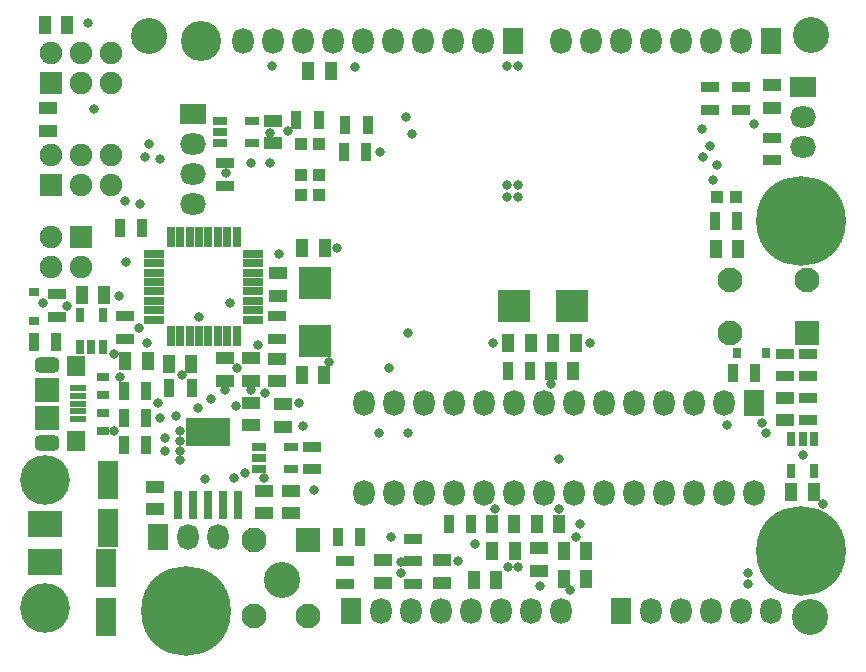
<source format=gts>
G04*
G04 #@! TF.GenerationSoftware,Altium Limited,Altium Designer,20.0.7 (75)*
G04*
G04 Layer_Color=8388736*
%FSLAX44Y44*%
%MOMM*%
G71*
G01*
G75*
%ADD38R,1.1000X0.8000*%
%ADD39R,1.5000X0.9000*%
%ADD40R,0.9000X1.5000*%
%ADD41R,1.0000X1.0000*%
%ADD42R,1.2000X0.7500*%
%ADD43R,0.7500X1.2000*%
%ADD44C,3.0480*%
%ADD45R,2.8000X2.7000*%
%ADD46R,2.7000X2.8000*%
%ADD47R,0.8858X0.7588*%
%ADD48R,0.7588X0.8858*%
%ADD49R,1.5000X1.1000*%
%ADD50R,1.1000X1.5000*%
%ADD51R,1.4500X0.5000*%
%ADD52R,1.6000X1.8000*%
%ADD53R,2.1000X2.1000*%
%ADD54R,0.8000X2.4000*%
%ADD55R,3.7000X2.4000*%
%ADD56R,1.8000X3.2000*%
%ADD57R,2.9000X2.2000*%
%ADD58R,1.6700X0.6700*%
%ADD59R,0.6700X1.6700*%
%ADD60O,1.8000X2.2000*%
%ADD61R,1.8000X2.2000*%
%ADD62C,2.1000*%
%ADD63R,2.1000X2.1000*%
%ADD64C,4.2000*%
%ADD65C,1.9000*%
%ADD66R,1.9000X1.9000*%
%ADD67C,3.4000*%
%ADD68C,7.6000*%
%ADD69O,2.2000X1.8000*%
%ADD70R,2.2000X1.8000*%
G04:AMPARAMS|DCode=71|XSize=2.1mm|YSize=1.3mm|CornerRadius=0.41mm|HoleSize=0mm|Usage=FLASHONLY|Rotation=0.000|XOffset=0mm|YOffset=0mm|HoleType=Round|Shape=RoundedRectangle|*
%AMROUNDEDRECTD71*
21,1,2.1000,0.4800,0,0,0.0*
21,1,1.2800,1.3000,0,0,0.0*
1,1,0.8200,0.6400,-0.2400*
1,1,0.8200,-0.6400,-0.2400*
1,1,0.8200,-0.6400,0.2400*
1,1,0.8200,0.6400,0.2400*
%
%ADD71ROUNDEDRECTD71*%
%ADD72C,0.8000*%
D38*
X70000Y223500D02*
D03*
Y208500D02*
D03*
Y178000D02*
D03*
Y193000D02*
D03*
D39*
X173000Y385500D02*
D03*
Y404500D02*
D03*
X88000Y256000D02*
D03*
Y275000D02*
D03*
X217000Y256000D02*
D03*
Y275000D02*
D03*
X584000Y469000D02*
D03*
Y450000D02*
D03*
X610000D02*
D03*
Y469000D02*
D03*
X636000Y426000D02*
D03*
Y407000D02*
D03*
X667000Y206000D02*
D03*
Y187000D02*
D03*
X31000Y274500D02*
D03*
Y293500D02*
D03*
X275000Y48500D02*
D03*
Y67500D02*
D03*
X247000Y164500D02*
D03*
Y145500D02*
D03*
X647000Y243500D02*
D03*
Y224500D02*
D03*
X331978Y67614D02*
D03*
Y86614D02*
D03*
X332000Y67500D02*
D03*
Y48500D02*
D03*
X667000Y224500D02*
D03*
Y243500D02*
D03*
D40*
X294000Y437000D02*
D03*
X275000D02*
D03*
X273500Y414000D02*
D03*
X292500D02*
D03*
X103000Y350000D02*
D03*
X84000D02*
D03*
X106500Y212000D02*
D03*
X87500D02*
D03*
Y189000D02*
D03*
X106500D02*
D03*
X87500Y166000D02*
D03*
X106500D02*
D03*
X381500Y99000D02*
D03*
X362500D02*
D03*
X603000Y227000D02*
D03*
X622000D02*
D03*
X252500Y441000D02*
D03*
X233500D02*
D03*
X412500Y229000D02*
D03*
X431500D02*
D03*
X606500Y356000D02*
D03*
X587500D02*
D03*
X30000Y253000D02*
D03*
X11000D02*
D03*
X268500Y88000D02*
D03*
X287500D02*
D03*
X126000Y214000D02*
D03*
X145000D02*
D03*
D41*
X606000Y376000D02*
D03*
X590000D02*
D03*
X253000Y421000D02*
D03*
X237000D02*
D03*
X253000Y395000D02*
D03*
X237000D02*
D03*
X253000Y378000D02*
D03*
X237000D02*
D03*
D42*
X195500Y421500D02*
D03*
Y440500D02*
D03*
X168500Y421500D02*
D03*
Y431000D02*
D03*
Y440500D02*
D03*
X228500Y145500D02*
D03*
Y164500D02*
D03*
X201500Y145500D02*
D03*
Y155000D02*
D03*
Y164500D02*
D03*
D43*
X69500Y276000D02*
D03*
X50500D02*
D03*
X69500Y249000D02*
D03*
X60000D02*
D03*
X50500D02*
D03*
X652500Y144000D02*
D03*
X671500D02*
D03*
X652500Y171000D02*
D03*
X662000D02*
D03*
X671500D02*
D03*
D44*
X668000Y20000D02*
D03*
X669000Y513000D02*
D03*
X109000Y512000D02*
D03*
X221000Y52000D02*
D03*
D45*
X249000Y303500D02*
D03*
Y254500D02*
D03*
D46*
X417500Y284000D02*
D03*
X466500D02*
D03*
D47*
X11000Y270808D02*
D03*
Y295192D02*
D03*
D48*
X631000Y244000D02*
D03*
X606616D02*
D03*
D49*
X217000Y239000D02*
D03*
Y220000D02*
D03*
X195000Y220500D02*
D03*
Y239500D02*
D03*
X218000Y311500D02*
D03*
Y292500D02*
D03*
X173000Y220500D02*
D03*
Y239500D02*
D03*
X23000Y451000D02*
D03*
Y432000D02*
D03*
X636000Y470500D02*
D03*
Y451500D02*
D03*
X114000Y130500D02*
D03*
Y111500D02*
D03*
X206000Y127500D02*
D03*
Y108500D02*
D03*
X307000Y68500D02*
D03*
Y49500D02*
D03*
X357000Y68500D02*
D03*
Y49500D02*
D03*
X214000Y421500D02*
D03*
Y440500D02*
D03*
X222000Y200500D02*
D03*
Y181500D02*
D03*
X647000Y187000D02*
D03*
Y206000D02*
D03*
X229000Y127500D02*
D03*
Y108500D02*
D03*
X195000Y202000D02*
D03*
Y183000D02*
D03*
X439000Y78500D02*
D03*
Y59500D02*
D03*
D50*
X144500Y235000D02*
D03*
X125500D02*
D03*
X257500Y333000D02*
D03*
X238500D02*
D03*
X257000Y225000D02*
D03*
X238000D02*
D03*
X402500Y52000D02*
D03*
X383500D02*
D03*
X39500Y522000D02*
D03*
X20500D02*
D03*
X460000Y76000D02*
D03*
X479000D02*
D03*
X449000Y229000D02*
D03*
X468000D02*
D03*
X262500Y483000D02*
D03*
X243500D02*
D03*
X399500Y76000D02*
D03*
X418500D02*
D03*
X399000Y99000D02*
D03*
X418000D02*
D03*
X456000D02*
D03*
X437000D02*
D03*
X413000Y252000D02*
D03*
X432000D02*
D03*
X470000D02*
D03*
X451000D02*
D03*
X671500Y126000D02*
D03*
X652500D02*
D03*
X71000Y293000D02*
D03*
X52000D02*
D03*
X107500Y237000D02*
D03*
X88500D02*
D03*
X607500Y332000D02*
D03*
X588500D02*
D03*
X479000Y53000D02*
D03*
X460000D02*
D03*
D51*
X48745Y214000D02*
D03*
Y207500D02*
D03*
Y201000D02*
D03*
Y194500D02*
D03*
Y188000D02*
D03*
D52*
X46495Y233000D02*
D03*
Y169000D02*
D03*
D53*
X21995Y213000D02*
D03*
Y189000D02*
D03*
X243000Y86000D02*
D03*
D54*
X133600Y115000D02*
D03*
X146300D02*
D03*
X159000D02*
D03*
X171700D02*
D03*
X184400D02*
D03*
D55*
X159000Y177000D02*
D03*
D56*
X74000Y136500D02*
D03*
Y95500D02*
D03*
X72000Y61500D02*
D03*
Y20500D02*
D03*
D57*
X21000Y99000D02*
D03*
Y67000D02*
D03*
D58*
X197000Y272000D02*
D03*
Y280000D02*
D03*
Y288000D02*
D03*
Y296000D02*
D03*
Y304000D02*
D03*
Y312000D02*
D03*
Y320000D02*
D03*
Y328000D02*
D03*
X113000D02*
D03*
Y320000D02*
D03*
Y312000D02*
D03*
Y304000D02*
D03*
Y296000D02*
D03*
Y288000D02*
D03*
Y280000D02*
D03*
Y272000D02*
D03*
D59*
X183000Y342000D02*
D03*
X175000D02*
D03*
X167000D02*
D03*
X159000D02*
D03*
X151000D02*
D03*
X143000D02*
D03*
X135000D02*
D03*
X127000D02*
D03*
Y258000D02*
D03*
X135000D02*
D03*
X143000D02*
D03*
X151000D02*
D03*
X159000D02*
D03*
X167000D02*
D03*
X175000D02*
D03*
X183000D02*
D03*
D60*
X290450Y125730D02*
D03*
X315850D02*
D03*
X341250D02*
D03*
X366650D02*
D03*
X392050D02*
D03*
X417450D02*
D03*
X442850D02*
D03*
X468250D02*
D03*
X493650D02*
D03*
X519050D02*
D03*
X544450D02*
D03*
X569850D02*
D03*
X595250D02*
D03*
X620650D02*
D03*
X290450Y201930D02*
D03*
X315850D02*
D03*
X341250D02*
D03*
X366650D02*
D03*
X392050D02*
D03*
X417450D02*
D03*
X442850D02*
D03*
X468250D02*
D03*
X493650D02*
D03*
X519050D02*
D03*
X544450D02*
D03*
X569850D02*
D03*
X595250D02*
D03*
X533400Y25400D02*
D03*
X558800D02*
D03*
X584200D02*
D03*
X609600D02*
D03*
X635000D02*
D03*
X391160Y508000D02*
D03*
X365760D02*
D03*
X340360D02*
D03*
X314960D02*
D03*
X289560D02*
D03*
X264160D02*
D03*
X238760D02*
D03*
X213360D02*
D03*
X187960D02*
D03*
X457200Y25400D02*
D03*
X431800D02*
D03*
X406400D02*
D03*
X381000D02*
D03*
X355600D02*
D03*
X330200D02*
D03*
X304800D02*
D03*
X457200Y508000D02*
D03*
X482600D02*
D03*
X508000D02*
D03*
X533400D02*
D03*
X558800D02*
D03*
X584200D02*
D03*
X609600D02*
D03*
X167000Y88000D02*
D03*
X141600D02*
D03*
D61*
X620650Y201930D02*
D03*
X508000Y25400D02*
D03*
X416560Y508000D02*
D03*
X279400Y25400D02*
D03*
X635000Y508000D02*
D03*
X116200Y88000D02*
D03*
D62*
X601000Y261000D02*
D03*
Y306000D02*
D03*
X666000D02*
D03*
X243000Y21000D02*
D03*
X198000D02*
D03*
Y86000D02*
D03*
D63*
X666000Y261000D02*
D03*
D64*
X21000Y28000D02*
D03*
Y136000D02*
D03*
D65*
X76200Y497840D02*
D03*
X50800D02*
D03*
X25400D02*
D03*
X76200Y472440D02*
D03*
X50800D02*
D03*
X76200Y411480D02*
D03*
X50800D02*
D03*
X25400D02*
D03*
X76200Y386080D02*
D03*
X50800D02*
D03*
X25400Y316600D02*
D03*
X50800D02*
D03*
X25400Y342000D02*
D03*
D66*
Y472440D02*
D03*
Y386080D02*
D03*
X50800Y342000D02*
D03*
D67*
X152400Y508000D02*
D03*
D68*
X139700Y25400D02*
D03*
X660400Y76200D02*
D03*
Y355600D02*
D03*
D69*
X146000Y369800D02*
D03*
Y395200D02*
D03*
Y420600D02*
D03*
X662000Y418200D02*
D03*
Y443600D02*
D03*
D70*
X146000Y446000D02*
D03*
X662000Y469000D02*
D03*
D71*
X21995Y234000D02*
D03*
Y168000D02*
D03*
D72*
X183000Y231500D02*
D03*
X219000Y328000D02*
D03*
X213000Y487000D02*
D03*
X304000Y414000D02*
D03*
X174000Y396000D02*
D03*
X182000Y199000D02*
D03*
X107000Y252000D02*
D03*
X122000Y161000D02*
D03*
Y172000D02*
D03*
X135000Y153000D02*
D03*
Y161000D02*
D03*
Y169000D02*
D03*
Y178000D02*
D03*
X412000Y487000D02*
D03*
X421000D02*
D03*
Y376000D02*
D03*
Y386000D02*
D03*
X412000Y376000D02*
D03*
X328000Y176000D02*
D03*
X412000Y386000D02*
D03*
X328000Y261000D02*
D03*
X312000Y231000D02*
D03*
X326000Y444000D02*
D03*
X331000Y429000D02*
D03*
X239000Y182000D02*
D03*
X578000Y410000D02*
D03*
X584000Y419000D02*
D03*
X577000Y434000D02*
D03*
X616000Y48000D02*
D03*
Y58000D02*
D03*
X201000Y251000D02*
D03*
X177000Y286000D02*
D03*
X679000Y116000D02*
D03*
X456000Y154000D02*
D03*
X402000Y112000D02*
D03*
X413000Y63000D02*
D03*
X465000Y43000D02*
D03*
X440000Y47000D02*
D03*
X385000Y82000D02*
D03*
X370000Y68000D02*
D03*
X322000Y67000D02*
D03*
X39000Y284000D02*
D03*
X89000Y321000D02*
D03*
X105000Y410000D02*
D03*
X109000Y421000D02*
D03*
X207000Y210000D02*
D03*
X235750Y201750D02*
D03*
X156000Y137000D02*
D03*
X181000Y138000D02*
D03*
X283000Y486000D02*
D03*
X597751Y183000D02*
D03*
X621000Y438000D02*
D03*
X586000Y390000D02*
D03*
X590000Y403000D02*
D03*
X79000Y178000D02*
D03*
X211000Y430000D02*
D03*
X195000Y405000D02*
D03*
X314000Y88000D02*
D03*
X421000Y63000D02*
D03*
X62250Y450750D02*
D03*
X321750Y58000D02*
D03*
X136500Y225000D02*
D03*
X79000Y243000D02*
D03*
X248000Y128000D02*
D03*
X151000Y274000D02*
D03*
X84500Y223500D02*
D03*
X455450Y111830D02*
D03*
X100000Y265000D02*
D03*
X628000Y185000D02*
D03*
X83000Y292000D02*
D03*
X226490Y431490D02*
D03*
X470000Y88000D02*
D03*
X449000Y218000D02*
D03*
X482000Y252000D02*
D03*
X400000D02*
D03*
X173000Y212500D02*
D03*
X195000D02*
D03*
X261000Y236000D02*
D03*
X268000Y333000D02*
D03*
X57000Y523000D02*
D03*
X631000Y176000D02*
D03*
X206000Y138000D02*
D03*
X190000Y142000D02*
D03*
X118000Y408000D02*
D03*
X19000Y286000D02*
D03*
X116340Y201840D02*
D03*
X150000Y197000D02*
D03*
X131500Y191000D02*
D03*
X88000Y373000D02*
D03*
X101000Y370000D02*
D03*
X303000Y176000D02*
D03*
X474000Y99000D02*
D03*
X161000Y205000D02*
D03*
X118000Y189000D02*
D03*
X211000Y405000D02*
D03*
X662686Y157988D02*
D03*
M02*

</source>
